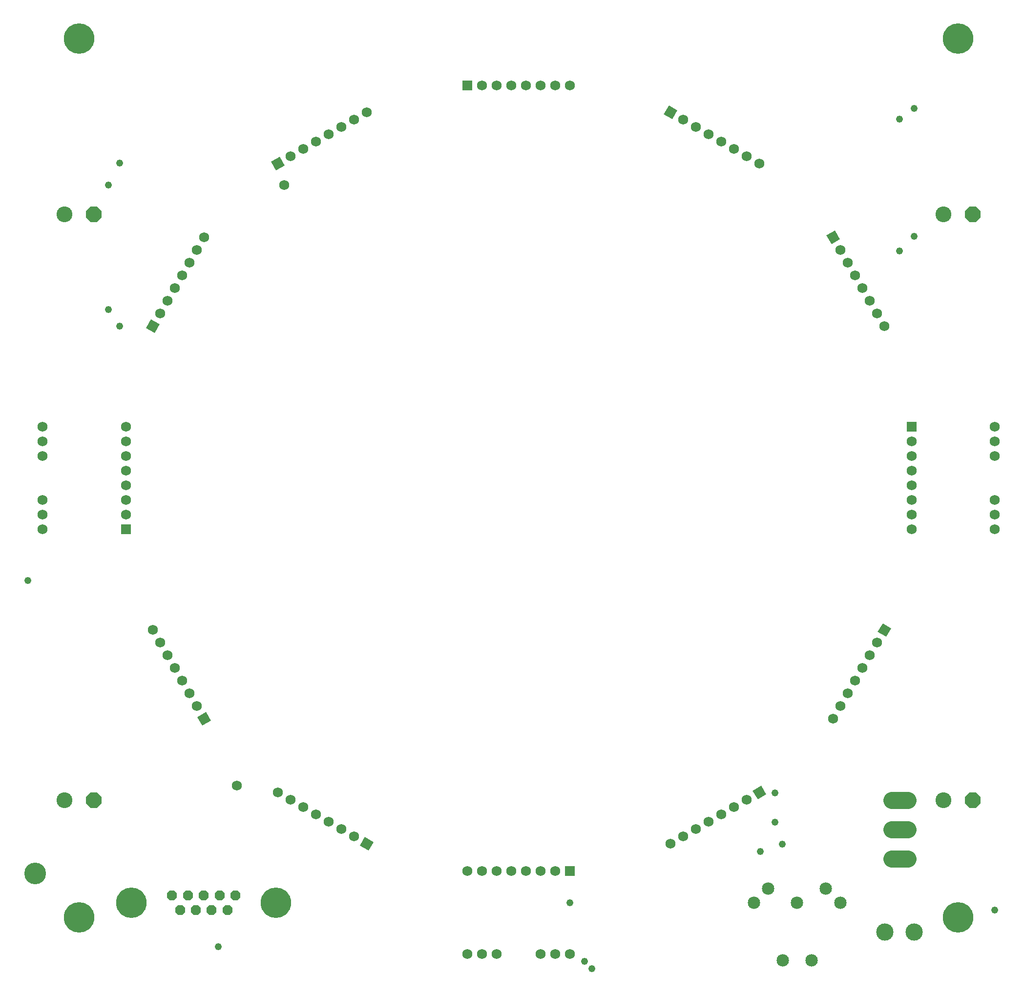
<source format=gbs>
G75*
G70*
%OFA0B0*%
%FSLAX24Y24*%
%IPPOS*%
%LPD*%
%AMOC8*
5,1,8,0,0,1.08239X$1,22.5*
%
%ADD10C,0.2080*%
%ADD11R,0.0680X0.0680*%
%ADD12C,0.0680*%
%ADD13R,0.0680X0.0680*%
%ADD14OC8,0.0680*%
%ADD15C,0.0848*%
%ADD16C,0.1175*%
%ADD17C,0.1175*%
%ADD18C,0.1080*%
%ADD19OC8,0.1080*%
%ADD20C,0.1480*%
%ADD21C,0.0480*%
D10*
X005155Y006636D03*
X008725Y007636D03*
X018585Y007636D03*
X065155Y006636D03*
X065155Y066636D03*
X005155Y066636D03*
D11*
X031655Y063448D03*
X008343Y033136D03*
X038655Y009824D03*
X061967Y040136D03*
D12*
X061967Y039136D03*
X061967Y038136D03*
X061967Y037136D03*
X061967Y036136D03*
X061967Y035136D03*
X061967Y034136D03*
X061967Y033136D03*
X067655Y033136D03*
X067655Y034136D03*
X067655Y035136D03*
X067655Y038136D03*
X067655Y039136D03*
X067655Y040136D03*
X060125Y047011D03*
X059625Y047877D03*
X059125Y048743D03*
X058625Y049609D03*
X058125Y050475D03*
X057625Y051341D03*
X057125Y052207D03*
X051592Y058106D03*
X050726Y058606D03*
X049860Y059106D03*
X048994Y059606D03*
X048128Y060106D03*
X047261Y060606D03*
X046395Y061106D03*
X038655Y063448D03*
X037655Y063448D03*
X036655Y063448D03*
X035655Y063448D03*
X034655Y063448D03*
X033655Y063448D03*
X032655Y063448D03*
X024780Y061606D03*
X023914Y061106D03*
X023048Y060606D03*
X022182Y060106D03*
X021316Y059606D03*
X020449Y059106D03*
X019583Y058606D03*
X019155Y056636D03*
X013685Y053073D03*
X013185Y052207D03*
X012685Y051341D03*
X012185Y050475D03*
X011685Y049609D03*
X011185Y048743D03*
X010685Y047877D03*
X008343Y040136D03*
X008343Y039136D03*
X008343Y038136D03*
X008343Y037136D03*
X008343Y036136D03*
X008343Y035136D03*
X008343Y034136D03*
X002655Y034136D03*
X002655Y033136D03*
X002655Y035136D03*
X002655Y038136D03*
X002655Y039136D03*
X002655Y040136D03*
X010185Y026261D03*
X010685Y025395D03*
X011185Y024529D03*
X011685Y023663D03*
X012185Y022797D03*
X012685Y021931D03*
X013185Y021065D03*
X015905Y015636D03*
X018718Y015166D03*
X019584Y014666D03*
X020450Y014166D03*
X021316Y013666D03*
X022182Y013166D03*
X023048Y012666D03*
X023914Y012166D03*
X031655Y009824D03*
X032655Y009824D03*
X033655Y009824D03*
X034655Y009824D03*
X035655Y009824D03*
X036655Y009824D03*
X037655Y009824D03*
X037655Y004136D03*
X038655Y004136D03*
X036655Y004136D03*
X033655Y004136D03*
X032655Y004136D03*
X031655Y004136D03*
X045530Y011666D03*
X046396Y012166D03*
X047262Y012666D03*
X048128Y013166D03*
X048994Y013666D03*
X049860Y014166D03*
X050726Y014666D03*
X056625Y020199D03*
X057125Y021065D03*
X057625Y021931D03*
X058125Y022797D03*
X058625Y023663D03*
X059125Y024529D03*
X059625Y025395D03*
D13*
G36*
X060249Y025797D02*
X059661Y026137D01*
X060001Y026725D01*
X060589Y026385D01*
X060249Y025797D01*
G37*
G36*
X051468Y014702D02*
X051128Y015290D01*
X051716Y015630D01*
X052056Y015042D01*
X051468Y014702D01*
G37*
G36*
X024316Y011542D02*
X024656Y012130D01*
X025244Y011790D01*
X024904Y011202D01*
X024316Y011542D01*
G37*
G36*
X013221Y020323D02*
X013809Y020663D01*
X014149Y020075D01*
X013561Y019735D01*
X013221Y020323D01*
G37*
G36*
X010061Y047475D02*
X010649Y047135D01*
X010309Y046547D01*
X009721Y046887D01*
X010061Y047475D01*
G37*
G36*
X018841Y058570D02*
X019181Y057982D01*
X018593Y057642D01*
X018253Y058230D01*
X018841Y058570D01*
G37*
G36*
X045993Y061730D02*
X045653Y061142D01*
X045065Y061482D01*
X045405Y062070D01*
X045993Y061730D01*
G37*
G36*
X057089Y052949D02*
X056501Y052609D01*
X056161Y053197D01*
X056749Y053537D01*
X057089Y052949D01*
G37*
D14*
X015815Y008136D03*
X014735Y008136D03*
X013655Y008136D03*
X012575Y008136D03*
X011495Y008136D03*
X012035Y007136D03*
X013115Y007136D03*
X014195Y007136D03*
X015275Y007136D03*
D15*
X051202Y007636D03*
X052186Y008620D03*
X054155Y007636D03*
X056123Y008620D03*
X057107Y007636D03*
X055139Y003699D03*
X053170Y003699D03*
D16*
X060607Y010636D02*
X061702Y010636D01*
X061702Y012636D02*
X060607Y012636D01*
X060607Y014636D02*
X061702Y014636D01*
D17*
X062155Y005636D03*
X060155Y005636D03*
D18*
X064155Y014636D03*
X064155Y054636D03*
X004155Y054636D03*
X004155Y014636D03*
D19*
X006155Y014636D03*
X006155Y054636D03*
X066155Y054636D03*
X066155Y014636D03*
D20*
X002155Y009636D03*
D21*
X014655Y004636D03*
X038655Y007636D03*
X039655Y003636D03*
X040155Y003136D03*
X051655Y011136D03*
X053155Y011636D03*
X052655Y013136D03*
X052655Y015136D03*
X067655Y007136D03*
X061155Y052136D03*
X062155Y053136D03*
X061155Y061136D03*
X062155Y061886D03*
X007905Y058136D03*
X007155Y056636D03*
X007155Y048136D03*
X007905Y047011D03*
X001655Y029636D03*
M02*

</source>
